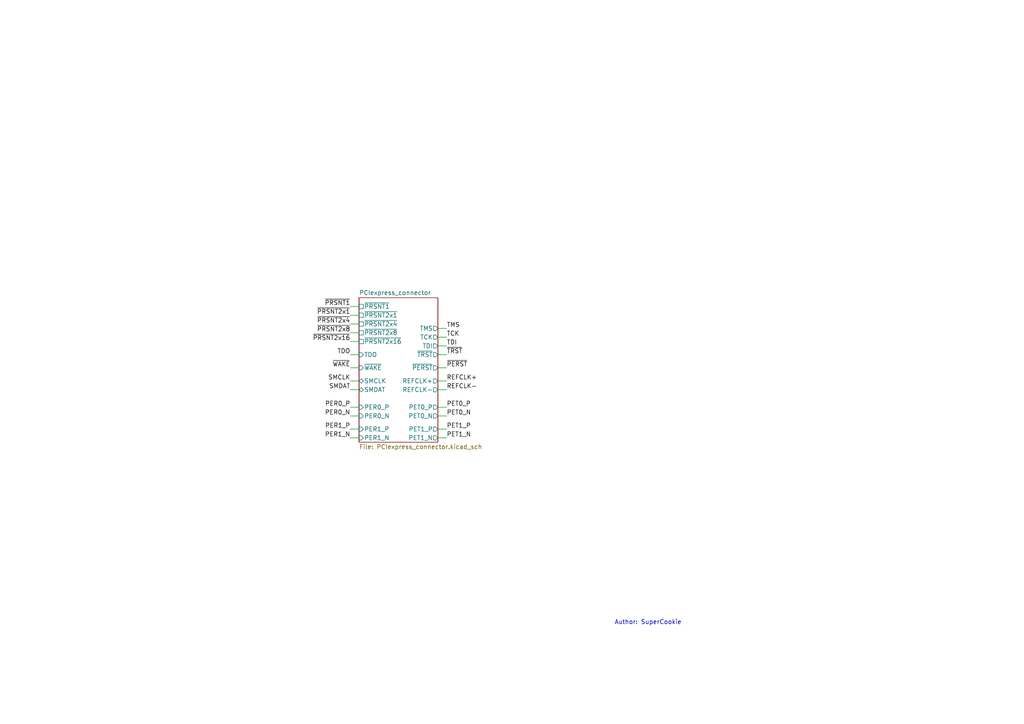
<source format=kicad_sch>
(kicad_sch
	(version 20250114)
	(generator "eeschema")
	(generator_version "9.0")
	(uuid "2827a27f-0421-4495-ad7a-ea466a0aeaee")
	(paper "A4")
	(lib_symbols)
	(text "Author: SuperCookie\n"
		(exclude_from_sim no)
		(at 187.96 180.594 0)
		(effects
			(font
				(size 1.27 1.27)
			)
		)
		(uuid "f1592e95-998f-4184-b1a7-27312cf72e30")
	)
	(wire
		(pts
			(xy 101.6 106.68) (xy 104.14 106.68)
		)
		(stroke
			(width 0)
			(type default)
		)
		(uuid "0cdc817a-9cd8-4a55-9110-ca7ba6f39853")
	)
	(wire
		(pts
			(xy 101.6 110.49) (xy 104.14 110.49)
		)
		(stroke
			(width 0)
			(type default)
		)
		(uuid "16b8dcab-ccef-48d3-8b44-a1fe501c7a3d")
	)
	(wire
		(pts
			(xy 101.6 88.9) (xy 104.14 88.9)
		)
		(stroke
			(width 0)
			(type default)
		)
		(uuid "21eec2ab-0c10-4b6d-87cc-9dae80df87f1")
	)
	(wire
		(pts
			(xy 127 120.65) (xy 129.54 120.65)
		)
		(stroke
			(width 0)
			(type default)
		)
		(uuid "226a465f-c859-4ca0-9305-a3343ea6cc7e")
	)
	(wire
		(pts
			(xy 101.6 91.44) (xy 104.14 91.44)
		)
		(stroke
			(width 0)
			(type default)
		)
		(uuid "33d3ad52-ffa1-44d2-97ac-219582bdc2f7")
	)
	(wire
		(pts
			(xy 101.6 102.87) (xy 104.14 102.87)
		)
		(stroke
			(width 0)
			(type default)
		)
		(uuid "54def821-1958-4b63-b1ba-348ae7b4bf91")
	)
	(wire
		(pts
			(xy 127 97.79) (xy 129.54 97.79)
		)
		(stroke
			(width 0)
			(type default)
		)
		(uuid "59a6d318-8838-4bc5-a3c5-ac1d7216a3cf")
	)
	(wire
		(pts
			(xy 127 113.03) (xy 129.54 113.03)
		)
		(stroke
			(width 0)
			(type default)
		)
		(uuid "7e2e67f6-ad10-49ea-9763-1c6738503ce5")
	)
	(wire
		(pts
			(xy 127 100.33) (xy 129.54 100.33)
		)
		(stroke
			(width 0)
			(type default)
		)
		(uuid "81b47ac8-48dd-4454-823b-d443f1d9ff8e")
	)
	(wire
		(pts
			(xy 101.6 118.11) (xy 104.14 118.11)
		)
		(stroke
			(width 0)
			(type default)
		)
		(uuid "85a182f9-967a-497b-a229-5e7a41187c64")
	)
	(wire
		(pts
			(xy 127 102.87) (xy 129.54 102.87)
		)
		(stroke
			(width 0)
			(type default)
		)
		(uuid "8bcd7cad-c5d2-4391-8a0e-89bf9b1f7f6c")
	)
	(wire
		(pts
			(xy 101.6 127) (xy 104.14 127)
		)
		(stroke
			(width 0)
			(type default)
		)
		(uuid "9b0ca0fd-be8c-44f0-8d2f-f855e6a0ed34")
	)
	(wire
		(pts
			(xy 127 110.49) (xy 129.54 110.49)
		)
		(stroke
			(width 0)
			(type default)
		)
		(uuid "a7498f46-fa0c-456d-8b8e-af2e01ab0086")
	)
	(wire
		(pts
			(xy 101.6 93.98) (xy 104.14 93.98)
		)
		(stroke
			(width 0)
			(type default)
		)
		(uuid "b2363dda-c94b-4e41-b1c2-de641d415df9")
	)
	(wire
		(pts
			(xy 127 127) (xy 129.54 127)
		)
		(stroke
			(width 0)
			(type default)
		)
		(uuid "c033bbcb-4edc-4253-83a0-34c5d8085c15")
	)
	(wire
		(pts
			(xy 101.6 124.46) (xy 104.14 124.46)
		)
		(stroke
			(width 0)
			(type default)
		)
		(uuid "c67c21fc-b8fe-4c0c-ae21-ef4293e27799")
	)
	(wire
		(pts
			(xy 101.6 99.06) (xy 104.14 99.06)
		)
		(stroke
			(width 0)
			(type default)
		)
		(uuid "d0068809-7c25-4698-b23c-b0b67d2c0ae5")
	)
	(wire
		(pts
			(xy 101.6 120.65) (xy 104.14 120.65)
		)
		(stroke
			(width 0)
			(type default)
		)
		(uuid "dc418209-30a5-4d64-88a3-24f1cdebfa54")
	)
	(wire
		(pts
			(xy 101.6 113.03) (xy 104.14 113.03)
		)
		(stroke
			(width 0)
			(type default)
		)
		(uuid "dea26349-6d8d-4620-9c09-b6552c30d18f")
	)
	(wire
		(pts
			(xy 127 118.11) (xy 129.54 118.11)
		)
		(stroke
			(width 0)
			(type default)
		)
		(uuid "ea813e15-2bfa-4743-a8be-df1d600f9f0a")
	)
	(wire
		(pts
			(xy 127 106.68) (xy 129.54 106.68)
		)
		(stroke
			(width 0)
			(type default)
		)
		(uuid "ea831a00-c8f2-499f-ae1b-2f1b426a29b5")
	)
	(wire
		(pts
			(xy 101.6 96.52) (xy 104.14 96.52)
		)
		(stroke
			(width 0)
			(type default)
		)
		(uuid "f10b856b-e0df-4604-9e82-81ea37c95723")
	)
	(wire
		(pts
			(xy 127 95.25) (xy 129.54 95.25)
		)
		(stroke
			(width 0)
			(type default)
		)
		(uuid "f52de62a-1824-450d-8c9b-70626d6efb9a")
	)
	(wire
		(pts
			(xy 127 124.46) (xy 129.54 124.46)
		)
		(stroke
			(width 0)
			(type default)
		)
		(uuid "fa1f4978-0bb4-414c-b1c1-9fe25d359cc4")
	)
	(label "~{PRSNT2x4}"
		(at 101.6 93.98 180)
		(effects
			(font
				(size 1.27 1.27)
			)
			(justify right bottom)
		)
		(uuid "0f147406-8dbb-497e-bd10-ee47b27f38fa")
	)
	(label "~{PERST}"
		(at 129.54 106.68 0)
		(effects
			(font
				(size 1.27 1.27)
			)
			(justify left bottom)
		)
		(uuid "1afc60f5-ac18-48f8-9393-f23e59da7b67")
	)
	(label "~{PRSNT2x1}"
		(at 101.6 91.44 180)
		(effects
			(font
				(size 1.27 1.27)
			)
			(justify right bottom)
		)
		(uuid "1d902f01-34ce-421e-9006-4ca29e2d5c5b")
	)
	(label "PET1_P"
		(at 129.54 124.46 0)
		(effects
			(font
				(size 1.27 1.27)
			)
			(justify left bottom)
		)
		(uuid "32f7e06b-ea9e-41b7-b6a2-c1fe986c34b9")
	)
	(label "~{PRSNT1}"
		(at 101.6 88.9 180)
		(effects
			(font
				(size 1.27 1.27)
			)
			(justify right bottom)
		)
		(uuid "3eec036a-9511-4076-be47-d24e9185cfd2")
	)
	(label "~{WAKE}"
		(at 101.6 106.68 180)
		(effects
			(font
				(size 1.27 1.27)
			)
			(justify right bottom)
		)
		(uuid "4279f2d3-848d-42b3-9d40-c97d80e1d105")
	)
	(label "~{TRST}"
		(at 129.54 102.87 0)
		(effects
			(font
				(size 1.27 1.27)
			)
			(justify left bottom)
		)
		(uuid "44402693-eb24-48b4-8926-1e0c53a70ac6")
	)
	(label "REFCLK-"
		(at 129.54 113.03 0)
		(effects
			(font
				(size 1.27 1.27)
			)
			(justify left bottom)
		)
		(uuid "4fe419b9-5a19-4706-adfe-afadb3980c3a")
	)
	(label "SMCLK"
		(at 101.6 110.49 180)
		(effects
			(font
				(size 1.27 1.27)
			)
			(justify right bottom)
		)
		(uuid "500df958-472e-4ae3-a969-0a4eb7ac06fd")
	)
	(label "PER0_P"
		(at 101.6 118.11 180)
		(effects
			(font
				(size 1.27 1.27)
			)
			(justify right bottom)
		)
		(uuid "52e92040-fba9-4147-a159-faf6bf6f65d1")
	)
	(label "PET1_N"
		(at 129.54 127 0)
		(effects
			(font
				(size 1.27 1.27)
			)
			(justify left bottom)
		)
		(uuid "56bab04b-f0e3-4254-b0b0-a5e19c54991f")
	)
	(label "TCK"
		(at 129.54 97.79 0)
		(effects
			(font
				(size 1.27 1.27)
			)
			(justify left bottom)
		)
		(uuid "57a2c772-0be5-4021-b94f-a8a0e79ad208")
	)
	(label "TDI"
		(at 129.54 100.33 0)
		(effects
			(font
				(size 1.27 1.27)
			)
			(justify left bottom)
		)
		(uuid "5df9b7ac-461f-4cd2-8d81-cceac46d2135")
	)
	(label "~{PRSNT2x16}"
		(at 101.6 99.06 180)
		(effects
			(font
				(size 1.27 1.27)
			)
			(justify right bottom)
		)
		(uuid "647ba155-b7b9-4f7c-b1be-fa45a2b321ad")
	)
	(label "PET0_N"
		(at 129.54 120.65 0)
		(effects
			(font
				(size 1.27 1.27)
			)
			(justify left bottom)
		)
		(uuid "80813de9-b7c3-4ff0-8ae0-f8f316f1a292")
	)
	(label "PET0_P"
		(at 129.54 118.11 0)
		(effects
			(font
				(size 1.27 1.27)
			)
			(justify left bottom)
		)
		(uuid "88b430a6-7ed2-4f41-b064-fc72db4887a7")
	)
	(label "PER1_P"
		(at 101.6 124.46 180)
		(effects
			(font
				(size 1.27 1.27)
			)
			(justify right bottom)
		)
		(uuid "9112bde5-a369-459a-9f6a-74ae554df076")
	)
	(label "PER1_N"
		(at 101.6 127 180)
		(effects
			(font
				(size 1.27 1.27)
			)
			(justify right bottom)
		)
		(uuid "9a975cf7-e4fa-4345-a09a-7cd97043ac4b")
	)
	(label "REFCLK+"
		(at 129.54 110.49 0)
		(effects
			(font
				(size 1.27 1.27)
			)
			(justify left bottom)
		)
		(uuid "cd1d2747-50ef-45fb-960d-be5163dcac2f")
	)
	(label "TDO"
		(at 101.6 102.87 180)
		(effects
			(font
				(size 1.27 1.27)
			)
			(justify right bottom)
		)
		(uuid "d9a7e7c6-10b5-474b-a963-f8aeae6ada9b")
	)
	(label "~{PRSNT2x8}"
		(at 101.6 96.52 180)
		(effects
			(font
				(size 1.27 1.27)
			)
			(justify right bottom)
		)
		(uuid "e4509a08-10b6-4037-aee3-cb62a731dbb0")
	)
	(label "SMDAT"
		(at 101.6 113.03 180)
		(effects
			(font
				(size 1.27 1.27)
			)
			(justify right bottom)
		)
		(uuid "e5e11999-f1ef-450f-a5e8-1bda3b685462")
	)
	(label "PER0_N"
		(at 101.6 120.65 180)
		(effects
			(font
				(size 1.27 1.27)
			)
			(justify right bottom)
		)
		(uuid "ea25e1e0-3f01-4540-b9c1-98b422527453")
	)
	(label "TMS"
		(at 129.54 95.25 0)
		(effects
			(font
				(size 1.27 1.27)
			)
			(justify left bottom)
		)
		(uuid "ed946656-589d-40be-be5a-593a75e393e1")
	)
	(sheet
		(at 104.14 86.36)
		(size 22.86 41.91)
		(exclude_from_sim no)
		(in_bom yes)
		(on_board yes)
		(dnp no)
		(fields_autoplaced yes)
		(stroke
			(width 0)
			(type solid)
		)
		(fill
			(color 0 0 0 0.0000)
		)
		(uuid "276aa5aa-2499-442d-b3c4-38037c19ac1a")
		(property "Sheetname" "PCIexpress_connector"
			(at 104.14 85.6484 0)
			(effects
				(font
					(size 1.27 1.27)
				)
				(justify left bottom)
			)
		)
		(property "Sheetfile" "PCIexpress_connector.kicad_sch"
			(at 104.14 128.8546 0)
			(effects
				(font
					(size 1.27 1.27)
				)
				(justify left top)
			)
		)
		(pin "PET0_P" output
			(at 127 118.11 0)
			(uuid "7b3ecaa5-2eb8-4e6f-a4e5-a7e2c35a6a34")
			(effects
				(font
					(size 1.27 1.27)
				)
				(justify right)
			)
		)
		(pin "PET0_N" output
			(at 127 120.65 0)
			(uuid "11cec4e2-ed2f-44b0-867f-904c607b3d16")
			(effects
				(font
					(size 1.27 1.27)
				)
				(justify right)
			)
		)
		(pin "REFCLK+" output
			(at 127 110.49 0)
			(uuid "19cb3bdc-6335-45b5-a8f7-5faaf75f18cf")
			(effects
				(font
					(size 1.27 1.27)
				)
				(justify right)
			)
		)
		(pin "REFCLK-" output
			(at 127 113.03 0)
			(uuid "59a90636-3cb9-4558-b5b8-0ff7fb7bced1")
			(effects
				(font
					(size 1.27 1.27)
				)
				(justify right)
			)
		)
		(pin "~{PRSNT2x16}" passive
			(at 104.14 99.06 180)
			(uuid "d7335cb5-3a1d-4a49-b6e3-ba8c071a3f46")
			(effects
				(font
					(size 1.27 1.27)
				)
				(justify left)
			)
		)
		(pin "TDO" input
			(at 104.14 102.87 180)
			(uuid "80f2c25f-f7fa-495b-be79-69393aa4c2c3")
			(effects
				(font
					(size 1.27 1.27)
				)
				(justify left)
			)
		)
		(pin "TMS" output
			(at 127 95.25 0)
			(uuid "f48b6880-6ec8-46b3-a344-d3dfa9f68fc8")
			(effects
				(font
					(size 1.27 1.27)
				)
				(justify right)
			)
		)
		(pin "TDI" output
			(at 127 100.33 0)
			(uuid "413c1c8f-ca04-4de3-8911-bf7aea344009")
			(effects
				(font
					(size 1.27 1.27)
				)
				(justify right)
			)
		)
		(pin "TCK" output
			(at 127 97.79 0)
			(uuid "35082192-101c-400c-915c-7caa32931805")
			(effects
				(font
					(size 1.27 1.27)
				)
				(justify right)
			)
		)
		(pin "PET1_P" output
			(at 127 124.46 0)
			(uuid "b9c2edcd-fd30-4255-91c9-9045444da8ee")
			(effects
				(font
					(size 1.27 1.27)
				)
				(justify right)
			)
		)
		(pin "PET1_N" output
			(at 127 127 0)
			(uuid "7e22c79c-04d7-4770-8560-547819eeed6a")
			(effects
				(font
					(size 1.27 1.27)
				)
				(justify right)
			)
		)
		(pin "PER1_P" input
			(at 104.14 124.46 180)
			(uuid "9196d06b-6a6d-4d98-ba97-9effaed1b98e")
			(effects
				(font
					(size 1.27 1.27)
				)
				(justify left)
			)
		)
		(pin "PER1_N" input
			(at 104.14 127 180)
			(uuid "cc6bc25a-5ea2-457c-ae18-ae680d1ee821")
			(effects
				(font
					(size 1.27 1.27)
				)
				(justify left)
			)
		)
		(pin "~{WAKE}" input
			(at 104.14 106.68 180)
			(uuid "8ecf1547-df3b-4253-ac74-1835947224f0")
			(effects
				(font
					(size 1.27 1.27)
				)
				(justify left)
			)
		)
		(pin "~{TRST}" output
			(at 127 102.87 0)
			(uuid "c7ad9e8a-7767-405d-bf33-63b62f2c015f")
			(effects
				(font
					(size 1.27 1.27)
				)
				(justify right)
			)
		)
		(pin "SMCLK" bidirectional
			(at 104.14 110.49 180)
			(uuid "8abea354-522c-4641-9299-498f3d392b2d")
			(effects
				(font
					(size 1.27 1.27)
				)
				(justify left)
			)
		)
		(pin "SMDAT" bidirectional
			(at 104.14 113.03 180)
			(uuid "e3cbeb21-e905-4b1f-99fc-39a15656c82b")
			(effects
				(font
					(size 1.27 1.27)
				)
				(justify left)
			)
		)
		(pin "~{PERST}" output
			(at 127 106.68 0)
			(uuid "502ecd66-a464-4953-b355-9d8d5347d1c4")
			(effects
				(font
					(size 1.27 1.27)
				)
				(justify right)
			)
		)
		(pin "~{PRSNT1}" passive
			(at 104.14 88.9 180)
			(uuid "6d6810d6-3065-4c9b-a190-a0203e2537ca")
			(effects
				(font
					(size 1.27 1.27)
				)
				(justify left)
			)
		)
		(pin "~{PRSNT2x8}" passive
			(at 104.14 96.52 180)
			(uuid "f75cbc85-dbdb-4077-9ed4-5e3a3ce83dee")
			(effects
				(font
					(size 1.27 1.27)
				)
				(justify left)
			)
		)
		(pin "~{PRSNT2x4}" passive
			(at 104.14 93.98 180)
			(uuid "2ac081b3-e6f9-4c31-87ae-bbaa46d3ea28")
			(effects
				(font
					(size 1.27 1.27)
				)
				(justify left)
			)
		)
		(pin "~{PRSNT2x1}" passive
			(at 104.14 91.44 180)
			(uuid "5d9eede8-7832-46a6-ad13-1b5d70876a7f")
			(effects
				(font
					(size 1.27 1.27)
				)
				(justify left)
			)
		)
		(pin "PER0_N" input
			(at 104.14 120.65 180)
			(uuid "5545fe3b-90ad-4c2b-803c-a4520973c2c5")
			(effects
				(font
					(size 1.27 1.27)
				)
				(justify left)
			)
		)
		(pin "PER0_P" input
			(at 104.14 118.11 180)
			(uuid "7a2bf2d2-7f64-48c3-a4fd-d30e28a2fe67")
			(effects
				(font
					(size 1.27 1.27)
				)
				(justify left)
			)
		)
		(instances
			(project "PCIexpress_x2_low"
				(path "/2827a27f-0421-4495-ad7a-ea466a0aeaee"
					(page "2")
				)
			)
		)
	)
	(sheet_instances
		(path "/"
			(page "1")
		)
	)
	(embedded_fonts no)
)

</source>
